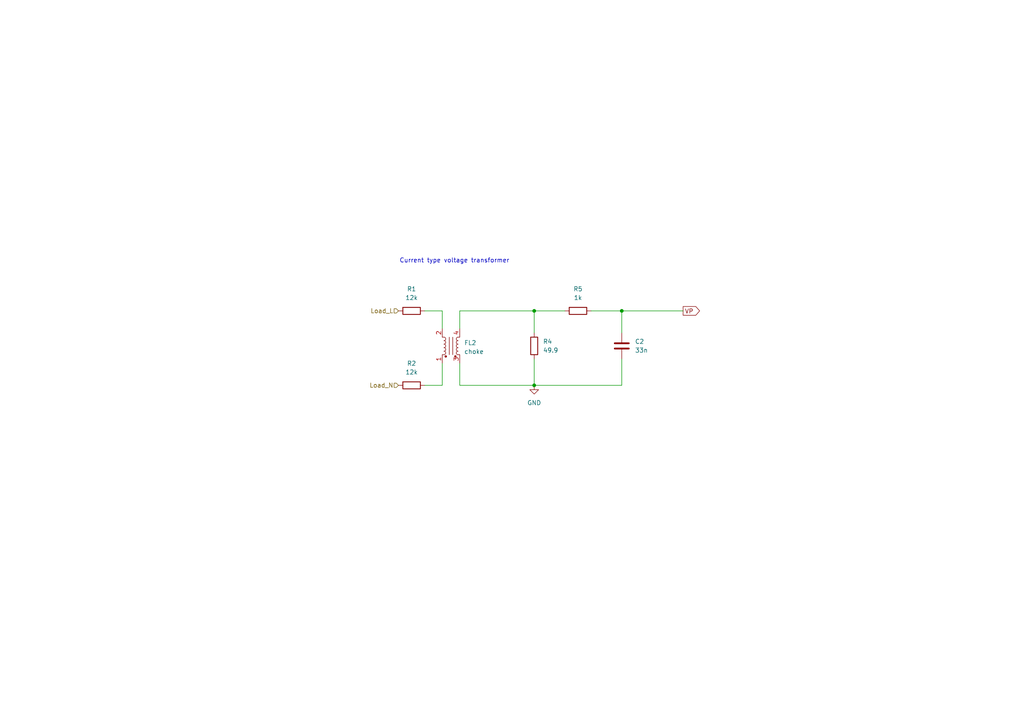
<source format=kicad_sch>
(kicad_sch (version 20231120) (generator "eeschema") (generator_version "8.0")
  (paper "A4")
  (title_block (title "Voltage Sense Ckt") (date "2024-12-31"))
  (lib_symbols
    (symbol "Device:C" (pin_numbers hide) (pin_names (offset 0.254))
      (property "Reference" "C" (at 0.635 2.54 0))
      (property "Value" "C" (at 0.635 -2.54 0))
      (symbol "C_0_1"
        (polyline (pts (xy -2.032 -0.762) (xy 2.032 -0.762)) (stroke (width 0.508)))
        (polyline (pts (xy -2.032 0.762) (xy 2.032 0.762)) (stroke (width 0.508)))
      )
      (symbol "C_1_1"
        (pin passive line (at 0 3.81 270) (length 2.794) (name "~") (number "1"))
        (pin passive line (at 0 -3.81 90) (length 2.794) (name "~") (number "2"))
      )
    )
    (symbol "Device:R" (pin_numbers hide) (pin_names (offset 0))
      (property "Reference" "R" (at 2.032 0 90))
      (property "Value" "R" (at 0 0 90))
      (symbol "R_0_1"
        (rectangle (start -1.016 -2.54) (end 1.016 2.54) (stroke (width 0.254)))
      )
      (symbol "R_1_1"
        (pin passive line (at 0 3.81 270) (length 1.27) (name "~") (number "1"))
        (pin passive line (at 0 -3.81 90) (length 1.27) (name "~") (number "2"))
      )
    )
    (symbol "Filter:Choke_Schaffner_RN102-0.3-02-12M" (pin_names hide)
      (property "Reference" "FL" (at 0 5.08 0))
      (property "Value" "Choke_Schaffner_RN102-0.3-02-12M" (at 0 -5.08 0))
      (symbol "Choke_Schaffner_RN102-0.3-02-12M_1_1"
        (circle (center -3.048 -1.27) (radius 0.254) (fill (type outline)))
        (circle (center -3.048 1.524) (radius 0.254) (fill (type outline)))
        (arc (start -2.54 2.032) (mid -2.032 1.5262) (end -1.524 2.032))
        (arc (start -1.524 -2.032) (mid -2.032 -1.5262) (end -2.54 -2.032))
        (arc (start -1.524 2.032) (mid -1.016 1.5262) (end -0.508 2.032))
        (arc (start -0.508 -2.032) (mid -1.016 -1.5262) (end -1.524 -2.032))
        (arc (start -0.508 2.032) (mid 0 1.5262) (end 0.508 2.032))
        (polyline (pts (xy -2.54 -2.032) (xy -2.54 -2.54)))
        (polyline (pts (xy -2.54 0.508) (xy 2.54 0.508)))
        (polyline (pts (xy -2.54 2.032) (xy -2.54 2.54)))
        (polyline (pts (xy 2.54 -2.032) (xy 2.54 -2.54)))
        (polyline (pts (xy 2.54 -0.508) (xy -2.54 -0.508)))
        (polyline (pts (xy 2.54 2.54) (xy 2.54 2.032)))
        (arc (start 0.508 -2.032) (mid 0 -1.5262) (end -0.508 -2.032))
        (arc (start 0.508 2.032) (mid 1.016 1.5262) (end 1.524 2.032))
        (arc (start 1.524 -2.032) (mid 1.016 -1.5262) (end 0.508 -2.032))
        (arc (start 1.524 2.032) (mid 2.032 1.5262) (end 2.54 2.032))
        (arc (start 2.54 -2.032) (mid 2.032 -1.5262) (end 1.524 -2.032))
        (pin passive line (at -5.08 2.54 0) (length 2.54) (name "1") (number "1"))
        (pin passive line (at 5.08 2.54 180) (length 2.54) (name "2") (number "2"))
        (pin passive line (at -5.08 -2.54 0) (length 2.54) (name "3") (number "3"))
        (pin passive line (at 5.08 -2.54 180) (length 2.54) (name "4") (number "4"))
      )
    )
    (symbol "power:GND" (power) (pin_numbers hide) (pin_names (offset 0) hide)
      (property "Value" "GND" (at 0 -3.81 0))
      (symbol "GND_0_1"
        (polyline (pts (xy 0 0) (xy 0 -1.27) (xy 1.27 -1.27) (xy 0 -2.54) (xy -1.27 -1.27) (xy 0 -1.27)))
      )
      (symbol "GND_1_1"
        (pin power_in line (at 0 0 270) (length 0) (name "~") (number "1"))
      )
    )
  )
  (junction (at 154.94 111.76))
  (junction (at 154.94 90.17))
  (junction (at 180.34 90.17))
  (wire (pts (xy 171.45 90.17) (xy 180.34 90.17)))
  (wire (pts (xy 133.35 111.76) (xy 154.94 111.76)))
  (wire (pts (xy 133.35 111.76) (xy 133.35 105.41)))
  (wire (pts (xy 154.94 90.17) (xy 163.83 90.17)))
  (wire (pts (xy 180.34 90.17) (xy 180.34 96.52)))
  (wire (pts (xy 128.27 90.17) (xy 128.27 95.25)))
  (wire (pts (xy 123.19 90.17) (xy 128.27 90.17)))
  (wire (pts (xy 128.27 111.76) (xy 128.27 105.41)))
  (wire (pts (xy 180.34 104.14) (xy 180.34 111.76)))
  (wire (pts (xy 154.94 90.17) (xy 154.94 96.52)))
  (wire (pts (xy 123.19 111.76) (xy 128.27 111.76)))
  (wire (pts (xy 180.34 111.76) (xy 154.94 111.76)))
  (wire (pts (xy 133.35 95.25) (xy 133.35 90.17)))
  (wire (pts (xy 154.94 104.14) (xy 154.94 111.76)))
  (wire (pts (xy 133.35 90.17) (xy 154.94 90.17)))
  (wire (pts (xy 180.34 90.17) (xy 198.12 90.17)))
  (text "Current type voltage transformer" (at 131.826 75.692 0) (effects (font (size 1.27 1.27))))
  (global_label "VP" (shape output) (at 198.12 90.17 0) (property "Intersheetrefs" "${INTERSHEET_REFS}" (effects (hide yes))))
  (hierarchical_label "Load_N" (shape input) (at 115.57 111.76 180))
  (hierarchical_label "Load_L" (shape input) (at 115.57 90.17 180))
  (symbol (lib_id "Device:C") (at 180.34 100.33 0) (unit 1)
    (property "Reference" "C2" (at 184.15 99.0599 0) (effects (justify left)))
    (property "Value" "33n" (at 184.15 101.5999 0) (effects (justify left)))
    (property "Description" "Unpolarized capacitor" (effects (hide yes)))
  )
  (symbol (lib_id "power:GND") (at 154.94 111.76 0) (unit 1)
    (property "Reference" "#PWR01" (effects (hide yes)))
    (property "Value" "GND" (at 154.94 116.84 0))
    (property "Description" "Power symbol creates a global label with name \"GND\" , ground" (effects (hide yes)))
  )
  (symbol (lib_id "Device:R") (at 167.64 90.17 90) (unit 1)
    (property "Reference" "R5" (at 167.64 83.82 90))
    (property "Value" "1k" (at 167.64 86.36 90))
    (property "Description" "Resistor" (effects (hide yes)))
  )
  (symbol (lib_id "Device:R") (at 154.94 100.33 180) (unit 1)
    (property "Reference" "R4" (at 157.48 99.0599 0) (effects (justify right)))
    (property "Value" "49.9" (at 157.48 101.5999 0) (effects (justify right)))
    (property "Description" "Resistor" (effects (hide yes)))
  )
  (symbol (lib_id "Device:R") (at 119.38 90.17 90) (unit 1)
    (property "Reference" "R1" (at 119.38 83.82 90))
    (property "Value" "12k" (at 119.38 86.36 90))
    (property "Description" "Resistor" (effects (hide yes)))
  )
  (symbol (lib_id "Filter:Choke_Schaffner_RN102-0.3-02-12M") (at 130.81 100.33 90) (unit 1)
    (property "Reference" "FL2" (at 134.62 99.4409 90) (effects (justify right)))
    (property "Value" "choke" (at 134.62 101.9809 90) (effects (justify right)))
    (property "Footprint" "Inductor_THT:Choke_Schaffner_RN102-04-14.0x14.0mm" (effects (hide yes)))
    (property "Datasheet" "https://www.schaffner.com/products/download/product/datasheet/rn-series-common-mode-chokes-new/" (effects (hide yes)))
    (property "Description" "Common mode choke, 300mA, 300VAC, 12mH, 1.1 ohm, RN-102" (effects (hide yes)))
  )
  (symbol (lib_id "Device:R") (at 119.38 111.76 270) (unit 1)
    (property "Reference" "R2" (at 119.38 105.41 90))
    (property "Value" "12k" (at 119.38 107.95 90))
    (property "Description" "Resistor" (effects (hide yes)))
  )
)
</source>
